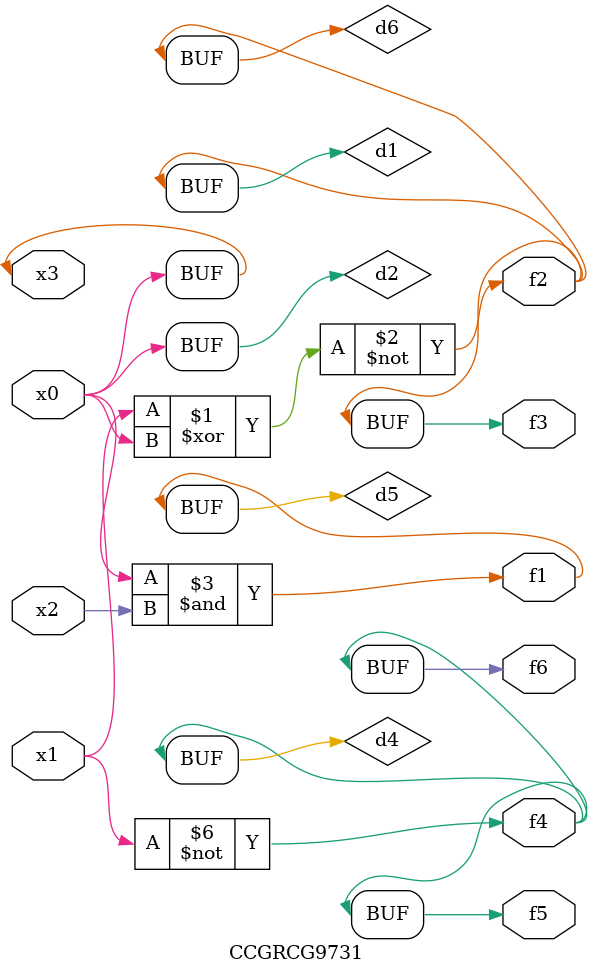
<source format=v>
module CCGRCG9731(
	input x0, x1, x2, x3,
	output f1, f2, f3, f4, f5, f6
);

	wire d1, d2, d3, d4, d5, d6;

	xnor (d1, x1, x3);
	buf (d2, x0, x3);
	nand (d3, x0, x2);
	not (d4, x1);
	nand (d5, d3);
	or (d6, d1);
	assign f1 = d5;
	assign f2 = d6;
	assign f3 = d6;
	assign f4 = d4;
	assign f5 = d4;
	assign f6 = d4;
endmodule

</source>
